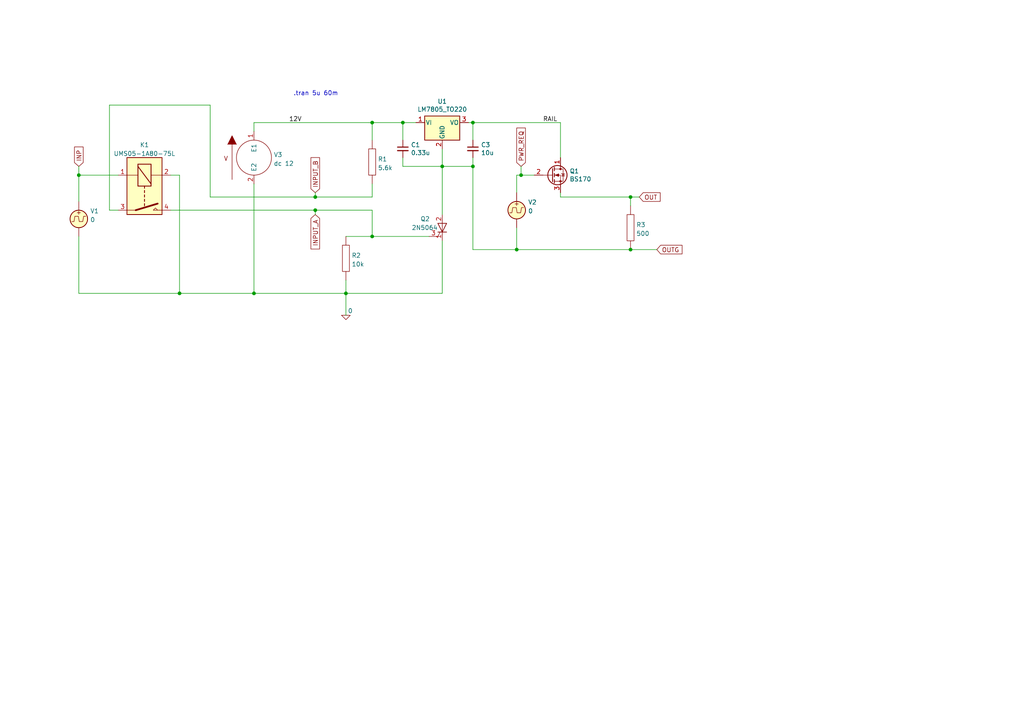
<source format=kicad_sch>
(kicad_sch (version 20211123) (generator eeschema)
  (paper "A4")
  (lib_symbols
    (symbol "Device:C_Small" (pin_numbers hide) (pin_names (offset 0.254) hide)
      (property "Reference" "C" (at 0.254 1.778 0))
      (property "Value" "C_Small" (at 0.254 -2.032 0))
      (symbol "C_Small_0_1"
        (polyline (pts (xy -1.524 -0.508) (xy 1.524 -0.508)) (stroke (width 0.3302)))
        (polyline (pts (xy -1.524 0.508) (xy 1.524 0.508)) (stroke (width 0.3048)))
      )
      (symbol "C_Small_1_1"
        (pin passive line (at 0 2.54 270) (length 2.032) (name "~") (number "1"))
        (pin passive line (at 0 -2.54 90) (length 2.032) (name "~") (number "2"))
      )
    )
    (symbol "Regulator_Linear:LM7805_TO220" (pin_names (offset 0.254))
      (property "Reference" "U" (at -3.81 3.175 0))
      (property "Value" "LM7805_TO220" (at 0 3.175 0))
      (symbol "LM7805_TO220_0_1"
        (rectangle (start -5.08 1.905) (end 5.08 -5.08) (stroke (width 0.254)) (fill (type background)))
      )
      (symbol "LM7805_TO220_1_1"
        (pin power_in line (at -7.62 0 0) (length 2.54) (name "VI") (number "1"))
        (pin power_in line (at 0 -7.62 90) (length 2.54) (name "GND") (number "2"))
        (pin power_out line (at 7.62 0 180) (length 2.54) (name "VO") (number "3"))
      )
    )
    (symbol "Relay:UMS05-1A80-75L"
      (property "Reference" "K" (at 7.62 3.81 0))
      (property "Value" "UMS05-1A80-75L" (at 7.62 1.27 0))
      (symbol "UMS05-1A80-75L_0_0"
        (polyline (pts (xy 5.08 5.08) (xy 5.08 2.54) (xy 4.445 3.175) (xy 5.08 3.81)))
      )
      (symbol "UMS05-1A80-75L_0_1"
        (rectangle (start -10.16 5.08) (end 6.35 -5.08) (stroke (width 0.254)) (fill (type background)))
        (rectangle (start -8.255 1.905) (end -1.905 -1.905) (stroke (width 0.254)))
        (polyline (pts (xy -7.62 -1.905) (xy -2.54 1.905)) (stroke (width 0.254)))
        (polyline (pts (xy -5.08 -5.08) (xy -5.08 -1.905)))
        (polyline (pts (xy -5.08 5.08) (xy -5.08 1.905)))
        (polyline (pts (xy -1.905 0) (xy -1.27 0)) (stroke (width 0.254)))
        (polyline (pts (xy -0.635 0) (xy 0 0)) (stroke (width 0.254)))
        (polyline (pts (xy 0.635 0) (xy 1.27 0)) (stroke (width 0.254)))
        (polyline (pts (xy 1.905 0) (xy 2.54 0)) (stroke (width 0.254)))
        (polyline (pts (xy 3.175 0) (xy 3.81 0)) (stroke (width 0.254)))
        (polyline (pts (xy 5.08 -2.54) (xy 3.175 3.81)) (stroke (width 0.508)))
        (polyline (pts (xy 5.08 -2.54) (xy 5.08 -5.08)))
      )
      (symbol "UMS05-1A80-75L_1_1"
        (pin passive line (at -5.08 -7.62 90) (length 2.54) (name "~") (number "1"))
        (pin passive line (at -5.08 7.62 270) (length 2.54) (name "~") (number "2"))
        (pin passive line (at 5.08 -7.62 90) (length 2.54) (name "~") (number "3"))
        (pin passive line (at 5.08 7.62 270) (length 2.54) (name "~") (number "4"))
      )
    )
    (symbol "Simulation_SPICE:VPULSE" (pin_numbers hide) (pin_names (offset 0.0254))
      (property "Reference" "V" (at 2.54 2.54 0))
      (property "Value" "VPULSE" (at 2.54 0 0))
      (property "Spice_Model" "pulse(0 1 2n 2n 2n 50n 100n)" (at 2.54 -2.54 0))
      (symbol "VPULSE_0_0"
        (polyline (pts (xy -2.032 -0.762) (xy -1.397 -0.762) (xy -1.143 0.762) (xy -0.127 0.762) (xy 0.127 -0.762) (xy 1.143 -0.762) (xy 1.397 0.762) (xy 2.032 0.762)))
        (text "+" (at 0 1.905 0) (effects (font (size 1.27 1.27))))
      )
      (symbol "VPULSE_0_1"
        (circle (center 0 0) (radius 2.54) (stroke (width 0.254)) (fill (type background)))
      )
      (symbol "VPULSE_1_1"
        (pin passive line (at 0 5.08 270) (length 2.54) (name "~") (number "1"))
        (pin passive line (at 0 -5.08 90) (length 2.54) (name "~") (number "2"))
      )
    )
    (symbol "Transistor_FET:BS170" (pin_names hide)
      (property "Reference" "Q" (at 5.08 1.905 0))
      (property "Value" "BS170" (at 5.08 0 0))
      (symbol "BS170_0_1"
        (polyline (pts (xy 0.254 0) (xy -2.54 0)))
        (polyline (pts (xy 0.254 1.905) (xy 0.254 -1.905)) (stroke (width 0.254)))
        (polyline (pts (xy 0.762 -1.27) (xy 0.762 -2.286)) (stroke (width 0.254)))
        (polyline (pts (xy 0.762 0.508) (xy 0.762 -0.508)) (stroke (width 0.254)))
        (polyline (pts (xy 0.762 2.286) (xy 0.762 1.27)) (stroke (width 0.254)))
        (polyline (pts (xy 2.54 2.54) (xy 2.54 1.778)))
        (polyline (pts (xy 2.54 -2.54) (xy 2.54 0) (xy 0.762 0)))
        (polyline (pts (xy 0.762 -1.778) (xy 3.302 -1.778) (xy 3.302 1.778) (xy 0.762 1.778)))
        (polyline (pts (xy 1.016 0) (xy 2.032 0.381) (xy 2.032 -0.381) (xy 1.016 0)) (fill (type outline)))
        (polyline (pts (xy 2.794 0.508) (xy 2.921 0.381) (xy 3.683 0.381) (xy 3.81 0.254)))
        (polyline (pts (xy 3.302 0.381) (xy 2.921 -0.254) (xy 3.683 -0.254) (xy 3.302 0.381)))
        (circle (center 1.651 0) (radius 2.794) (stroke (width 0.254)))
        (circle (center 2.54 -1.778) (radius 0.254) (fill (type outline)))
        (circle (center 2.54 1.778) (radius 0.254) (fill (type outline)))
      )
      (symbol "BS170_1_1"
        (pin passive line (at 2.54 5.08 270) (length 2.54) (name "D") (number "1"))
        (pin input line (at -5.08 0 0) (length 2.54) (name "G") (number "2"))
        (pin passive line (at 2.54 -5.08 90) (length 2.54) (name "S") (number "3"))
      )
    )
    (symbol "Triac_Thyristor:TIC106" (pin_names (offset 0) hide)
      (property "Reference" "Q" (at 2.54 1.905 0))
      (property "Value" "TIC106" (at 2.54 0 0))
      (symbol "TIC106_0_1"
        (polyline (pts (xy -1.27 -2.54) (xy -0.635 -1.27)))
        (polyline (pts (xy -1.27 -1.27) (xy 1.27 -1.27)) (stroke (width 0.2032)))
        (polyline (pts (xy 0 -2.54) (xy 0 2.54)))
        (polyline (pts (xy -1.27 1.27) (xy 1.27 1.27) (xy 0 -1.27) (xy -1.27 1.27)) (stroke (width 0.2032)))
      )
      (symbol "TIC106_1_1"
        (pin passive line (at 0 -3.81 90) (length 2.54) (name "K") (number "1"))
        (pin passive line (at 0 3.81 270) (length 2.54) (name "A") (number "2"))
        (pin input line (at -3.81 -2.54 0) (length 2.54) (name "G") (number "3"))
      )
    )
    (symbol "pspice:0" (power) (pin_names (offset 0))
      (property "Value" "0" (at 0 -1.778 0))
      (symbol "0_0_1"
        (polyline (pts (xy -1.27 0) (xy 0 -1.27) (xy 1.27 0) (xy -1.27 0)))
      )
      (symbol "0_1_1"
        (pin power_in line (at 0 0 0) (length 0) hide (name "0") (number "1"))
      )
    )
    (symbol "pspice:R" (pin_numbers hide) (pin_names (offset 0))
      (property "Reference" "R" (at 2.032 0 90))
      (property "Value" "R" (at 0 0 90))
      (symbol "R_0_1"
        (rectangle (start -1.016 3.81) (end 1.016 -3.81))
      )
      (symbol "R_1_1"
        (pin passive line (at 0 6.35 270) (length 2.54) (name "~") (number "1"))
        (pin passive line (at 0 -6.35 90) (length 2.54) (name "~") (number "2"))
      )
    )
    (symbol "pspice:VSOURCE" (pin_names (offset 1.016))
      (property "Reference" "V" (at -6.35 7.62 0))
      (property "Value" "VSOURCE" (at 0 0 0))
      (symbol "VSOURCE_0_1"
        (polyline (pts (xy -6.35 -6.35) (xy -6.35 3.81)) (fill (type outline)))
        (polyline (pts (xy -7.62 3.81) (xy -6.35 6.35) (xy -5.08 3.81)) (fill (type outline)))
        (circle (center 0 0) (radius 5.08))
        (text "V" (at -8.128 -0.254 0) (effects (font (size 1.27 1.27))))
      )
      (symbol "VSOURCE_1_1"
        (pin input line (at 0 7.62 270) (length 2.54) (name "E1") (number "1"))
        (pin input line (at 0 -7.62 90) (length 2.54) (name "E2") (number "2"))
      )
    )
  )
  (junction (at 149.86 72.39))
  (junction (at 128.27 48.26))
  (junction (at 22.86 50.8))
  (junction (at 91.44 57.15))
  (junction (at 182.88 57.15))
  (junction (at 107.95 35.56))
  (junction (at 137.16 35.56))
  (junction (at 182.88 72.39))
  (junction (at 91.44 60.96))
  (junction (at 137.16 48.26))
  (junction (at 73.66 85.09))
  (junction (at 107.95 68.58))
  (junction (at 116.84 35.56))
  (junction (at 52.07 85.09))
  (junction (at 151.13 50.8))
  (junction (at 100.33 85.09))
  (wire (pts (xy 116.84 35.56) (xy 107.95 35.56)))
  (wire (pts (xy 135.89 35.56) (xy 137.16 35.56)))
  (wire (pts (xy 107.95 35.56) (xy 73.66 35.56)))
  (wire (pts (xy 73.66 35.56) (xy 73.66 38.1)))
  (wire (pts (xy 60.96 30.48) (xy 60.96 57.15)))
  (wire (pts (xy 73.66 85.09) (xy 73.66 53.34)))
  (wire (pts (xy 116.84 48.26) (xy 128.27 48.26)))
  (wire (pts (xy 128.27 69.85) (xy 128.27 85.09)))
  (wire (pts (xy 107.95 68.58) (xy 124.46 68.58)))
  (wire (pts (xy 162.56 57.15) (xy 162.56 55.88)))
  (wire (pts (xy 31.75 60.96) (xy 34.29 60.96)))
  (wire (pts (xy 149.86 66.04) (xy 149.86 72.39)))
  (wire (pts (xy 52.07 50.8) (xy 52.07 85.09)))
  (wire (pts (xy 49.53 50.8) (xy 52.07 50.8)))
  (wire (pts (xy 182.88 72.39) (xy 149.86 72.39)))
  (wire (pts (xy 116.84 35.56) (xy 120.65 35.56)))
  (wire (pts (xy 149.86 50.8) (xy 149.86 55.88)))
  (wire (pts (xy 182.88 72.39) (xy 190.5 72.39)))
  (wire (pts (xy 116.84 45.72) (xy 116.84 48.26)))
  (wire (pts (xy 100.33 85.09) (xy 100.33 91.44)))
  (wire (pts (xy 91.44 60.96) (xy 107.95 60.96)))
  (wire (pts (xy 91.44 60.96) (xy 91.44 62.23)))
  (wire (pts (xy 31.75 30.48) (xy 31.75 60.96)))
  (wire (pts (xy 116.84 35.56) (xy 116.84 40.64)))
  (wire (pts (xy 107.95 53.34) (xy 107.95 57.15)))
  (wire (pts (xy 100.33 85.09) (xy 73.66 85.09)))
  (wire (pts (xy 137.16 48.26) (xy 137.16 72.39)))
  (wire (pts (xy 128.27 48.26) (xy 137.16 48.26)))
  (wire (pts (xy 100.33 68.58) (xy 107.95 68.58)))
  (wire (pts (xy 137.16 40.64) (xy 137.16 35.56)))
  (wire (pts (xy 49.53 60.96) (xy 91.44 60.96)))
  (wire (pts (xy 22.86 68.58) (xy 22.86 85.09)))
  (wire (pts (xy 162.56 35.56) (xy 162.56 45.72)))
  (wire (pts (xy 128.27 48.26) (xy 128.27 62.23)))
  (wire (pts (xy 22.86 48.26) (xy 22.86 50.8)))
  (wire (pts (xy 137.16 45.72) (xy 137.16 48.26)))
  (wire (pts (xy 60.96 30.48) (xy 31.75 30.48)))
  (wire (pts (xy 185.42 57.15) (xy 182.88 57.15)))
  (wire (pts (xy 128.27 43.18) (xy 128.27 48.26)))
  (wire (pts (xy 151.13 48.26) (xy 151.13 50.8)))
  (wire (pts (xy 107.95 35.56) (xy 107.95 40.64)))
  (wire (pts (xy 149.86 72.39) (xy 137.16 72.39)))
  (wire (pts (xy 107.95 57.15) (xy 91.44 57.15)))
  (wire (pts (xy 151.13 50.8) (xy 149.86 50.8)))
  (wire (pts (xy 128.27 85.09) (xy 100.33 85.09)))
  (wire (pts (xy 73.66 85.09) (xy 52.07 85.09)))
  (wire (pts (xy 107.95 60.96) (xy 107.95 68.58)))
  (wire (pts (xy 182.88 57.15) (xy 182.88 59.69)))
  (wire (pts (xy 91.44 57.15) (xy 60.96 57.15)))
  (wire (pts (xy 91.44 55.88) (xy 91.44 57.15)))
  (wire (pts (xy 162.56 35.56) (xy 137.16 35.56)))
  (wire (pts (xy 182.88 57.15) (xy 162.56 57.15)))
  (wire (pts (xy 154.94 50.8) (xy 151.13 50.8)))
  (wire (pts (xy 100.33 81.28) (xy 100.33 85.09)))
  (wire (pts (xy 52.07 85.09) (xy 22.86 85.09)))
  (wire (pts (xy 22.86 50.8) (xy 22.86 58.42)))
  (wire (pts (xy 34.29 50.8) (xy 22.86 50.8)))
  (text ".tran 5u 60m" (at 85.09 27.94 0) (effects (font (size 1.27 1.27)) (justify left bottom)))
  (label "RAIL" (at 157.48 35.56 0))
  (label "12V" (at 83.82 35.56 0))
  (global_label "OUT" (shape input) (at 185.42 57.15 0) (property "Intersheet References" "${INTERSHEET_REFS}" (effects hide)))
  (global_label "INP" (shape input) (at 22.86 48.26 90) (property "Intersheet References" "${INTERSHEET_REFS}" (effects hide)))
  (global_label "INPUT_A" (shape input) (at 91.44 62.23 270) (property "Intersheet References" "${INTERSHEET_REFS}" (effects hide)))
  (global_label "PWR_REQ" (shape input) (at 151.13 48.26 90) (property "Intersheet References" "${INTERSHEET_REFS}" (effects hide)))
  (global_label "OUTG" (shape input) (at 190.5 72.39 0) (property "Intersheet References" "${INTERSHEET_REFS}" (effects hide)))
  (global_label "INPUT_B" (shape input) (at 91.44 55.88 90) (property "Intersheet References" "${INTERSHEET_REFS}" (effects hide)))
  (symbol (lib_id "Device:C_Small") (at 116.84 43.18 0) (unit 1)
    (property "Reference" "C1" (at 119.1768 42.0116 0) (effects (justify left)))
    (property "Value" "0.33u" (at 119.1768 44.323 0) (effects (justify left)))
    (property "Footprint" "C_Disc_D4.3mm_W1.9mm_P5.00mm" (effects hide))
  )
  (symbol (lib_id "Relay:UMS05-1A80-75L") (at 41.91 55.88 270) (unit 1)
    (property "Reference" "K1" (at 41.91 42.0202 90))
    (property "Value" "UMS05-1A80-75L" (at 41.91 44.5571 90))
    (property "Footprint" "Relay_THT:Relay_StandexMeder_UMS" (effects hide))
    (property "Datasheet" "https://standexelectronics.com/de/produkte/ums-reed-relais/" (effects hide))
    (property "Spice_Primitive" "X" (effects hide))
    (property "Spice_Model" "Relay_NO" (effects hide))
    (property "Spice_Netlist_Enabled" "Y" (effects hide))
    (property "Spice_Lib_File" "/home/doma/git/LRChanger/MFG/Models/models.lib" (effects hide))
  )
  (symbol (lib_id "Triac_Thyristor:TIC106") (at 128.27 66.04 0) (unit 1)
    (property "Reference" "Q2" (at 121.92 63.5 0) (effects (justify left)))
    (property "Value" "2N5064" (at 119.38 66.04 0) (effects (justify left)))
    (property "Footprint" "Package_TO_SOT_THT:TO-92" (effects hide))
    (property "Spice_Primitive" "X" (effects hide))
    (property "Spice_Model" "2N5064" (effects hide))
    (property "Spice_Netlist_Enabled" "Y" (effects hide))
    (property "Spice_Lib_File" "/home/doma/git/LRChanger/MFG/Models/models.lib" (effects hide))
  )
  (symbol (lib_id "Regulator_Linear:LM7805_TO220") (at 128.27 35.56 0) (unit 1)
    (property "Reference" "U1" (at 128.27 29.4132 0))
    (property "Value" "LM7805_TO220" (at 128.27 31.7246 0))
    (property "Footprint" "Package_TO_SOT_THT:TO-220-3_Vertical" (effects hide))
    (property "Datasheet" "https://www.onsemi.cn/PowerSolutions/document/MC7800-D.PDF" (effects hide))
    (property "Spice_Primitive" "X" (effects hide))
    (property "Spice_Model" "LM7805" (effects hide))
    (property "Spice_Netlist_Enabled" "Y" (effects hide))
    (property "Spice_Lib_File" "/home/doma/git/LRChanger/MFG/Models/models.lib" (effects hide))
  )
  (symbol (lib_id "pspice:0") (at 100.33 91.44 0) (unit 1)
    (property "Reference" "#GND0101" (effects hide))
    (property "Value" "0" (at 101.6 90.17 0))
  )
  (symbol (lib_id "Simulation_SPICE:VPULSE") (at 22.86 63.5 0) (unit 1)
    (property "Reference" "V1" (at 26.162 61.2071 0) (effects (justify left)))
    (property "Value" "0" (at 26.162 63.744 0) (effects (justify left)))
    (property "Spice_Netlist_Enabled" "Y" (effects hide))
    (property "Spice_Primitive" "V" (effects hide))
    (property "Spice_Model" "dc 0 pulse(0 2 10m 2n 2n 10m)" (at 20.32 68.58 0) (effects (justify left)))
  )
  (symbol (lib_id "Device:C_Small") (at 137.16 43.18 0) (unit 1)
    (property "Reference" "C3" (at 139.4968 42.0116 0) (effects (justify left)))
    (property "Value" "10u" (at 139.4968 44.323 0) (effects (justify left)))
    (property "Footprint" "C_Disc_D4.3mm_W1.9mm_P5.00mm" (effects hide))
  )
  (symbol (lib_id "pspice:R") (at 100.33 74.93 0) (unit 1)
    (property "Reference" "R2" (at 101.981 74.0953 0) (effects (justify left)))
    (property "Value" "10k" (at 101.981 76.6322 0) (effects (justify left)))
  )
  (symbol (lib_id "pspice:R") (at 107.95 46.99 0) (unit 1)
    (property "Reference" "R1" (at 109.601 46.1553 0) (effects (justify left)))
    (property "Value" "5.6k" (at 109.601 48.6922 0) (effects (justify left)))
  )
  (symbol (lib_id "Simulation_SPICE:VPULSE") (at 149.86 60.96 0) (unit 1)
    (property "Reference" "V2" (at 153.162 58.6671 0) (effects (justify left)))
    (property "Value" "0" (at 153.162 61.204 0) (effects (justify left)))
    (property "Spice_Netlist_Enabled" "Y" (effects hide))
    (property "Spice_Primitive" "V" (effects hide))
    (property "Spice_Model" "dc 0 pulse(0 4.87 15m 2n 2n 30m)" (at 144.78 64.77 0) (effects (justify left)))
  )
  (symbol (lib_id "pspice:VSOURCE") (at 73.66 45.72 0) (unit 1)
    (property "Reference" "V3" (at 79.375 44.8853 0) (effects (justify left)))
    (property "Value" "dc 12" (at 79.375 47.4222 0) (effects (justify left)))
  )
  (symbol (lib_id "Transistor_FET:BS170") (at 160.02 50.8 0) (unit 1)
    (property "Reference" "Q1" (at 165.2016 49.6316 0) (effects (justify left)))
    (property "Value" "BS170" (at 165.2016 51.943 0) (effects (justify left)))
    (property "Footprint" "Package_TO_SOT_THT:TO-92_Inline" (effects hide))
    (property "Datasheet" "https://www.onsemi.com/pub/Collateral/BS170-D.PDF" (effects hide))
    (property "Spice_Primitive" "M" (effects hide))
    (property "Spice_Model" "BS170" (effects hide))
    (property "Spice_Netlist_Enabled" "Y" (effects hide))
    (property "Spice_Lib_File" "/home/doma/git/LRChanger/MFG/Models/models.lib" (effects hide))
  )
  (symbol (lib_id "pspice:R") (at 182.88 66.04 0) (unit 1)
    (property "Reference" "R3" (at 184.531 65.2053 0) (effects (justify left)))
    (property "Value" "500" (at 184.531 67.7422 0) (effects (justify left)))
  )
)
</source>
